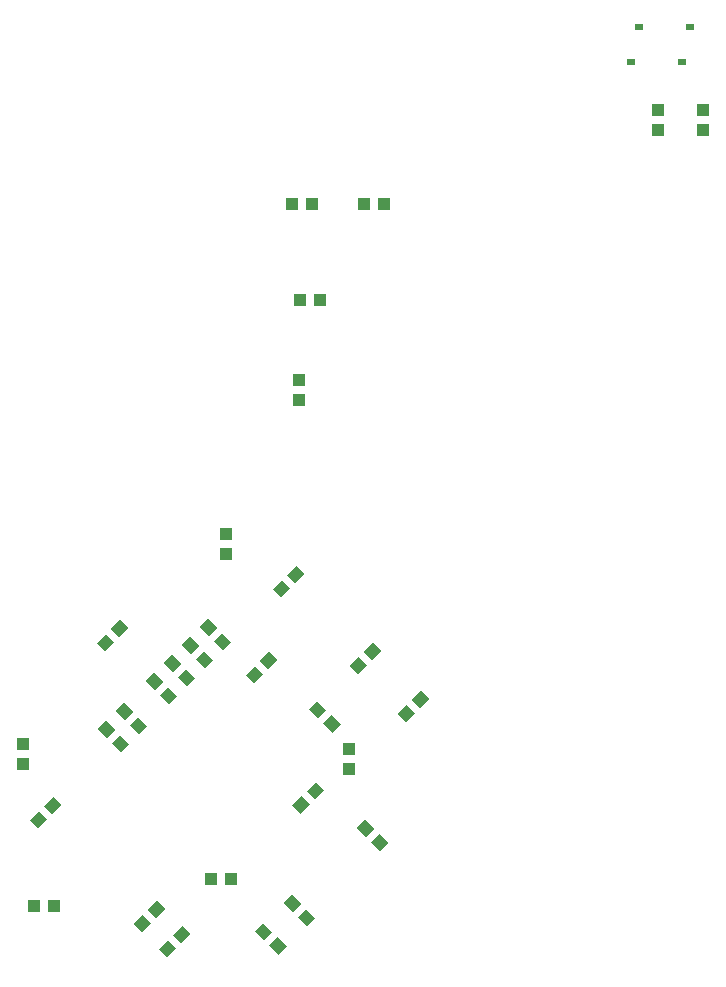
<source format=gbp>
G75*
%MOIN*%
%OFA0B0*%
%FSLAX25Y25*%
%IPPOS*%
%LPD*%
%AMOC8*
5,1,8,0,0,1.08239X$1,22.5*
%
%ADD10R,0.04331X0.03937*%
%ADD11R,0.03937X0.04331*%
%ADD12R,0.03051X0.02461*%
D10*
X0025987Y0073833D03*
X0032680Y0073833D03*
G36*
X0024545Y0102328D02*
X0027606Y0105389D01*
X0030389Y0102606D01*
X0027328Y0099545D01*
X0024545Y0102328D01*
G37*
G36*
X0029278Y0107061D02*
X0032339Y0110122D01*
X0035122Y0107339D01*
X0032061Y0104278D01*
X0029278Y0107061D01*
G37*
G36*
X0050106Y0129778D02*
X0047045Y0132839D01*
X0049828Y0135622D01*
X0052889Y0132561D01*
X0050106Y0129778D01*
G37*
G36*
X0054839Y0125045D02*
X0051778Y0128106D01*
X0054561Y0130889D01*
X0057622Y0127828D01*
X0054839Y0125045D01*
G37*
G36*
X0060839Y0131045D02*
X0057778Y0134106D01*
X0060561Y0136889D01*
X0063622Y0133828D01*
X0060839Y0131045D01*
G37*
G36*
X0056106Y0135778D02*
X0053045Y0138839D01*
X0055828Y0141622D01*
X0058889Y0138561D01*
X0056106Y0135778D01*
G37*
G36*
X0066106Y0145778D02*
X0063045Y0148839D01*
X0065828Y0151622D01*
X0068889Y0148561D01*
X0066106Y0145778D01*
G37*
G36*
X0070839Y0141045D02*
X0067778Y0144106D01*
X0070561Y0146889D01*
X0073622Y0143828D01*
X0070839Y0141045D01*
G37*
G36*
X0076839Y0147045D02*
X0073778Y0150106D01*
X0076561Y0152889D01*
X0079622Y0149828D01*
X0076839Y0147045D01*
G37*
G36*
X0072106Y0151778D02*
X0069045Y0154839D01*
X0071828Y0157622D01*
X0074889Y0154561D01*
X0072106Y0151778D01*
G37*
G36*
X0078106Y0157778D02*
X0075045Y0160839D01*
X0077828Y0163622D01*
X0080889Y0160561D01*
X0078106Y0157778D01*
G37*
G36*
X0082839Y0153045D02*
X0079778Y0156106D01*
X0082561Y0158889D01*
X0085622Y0155828D01*
X0082839Y0153045D01*
G37*
G36*
X0088839Y0159045D02*
X0085778Y0162106D01*
X0088561Y0164889D01*
X0091622Y0161828D01*
X0088839Y0159045D01*
G37*
G36*
X0084106Y0163778D02*
X0081045Y0166839D01*
X0083828Y0169622D01*
X0086889Y0166561D01*
X0084106Y0163778D01*
G37*
G36*
X0096545Y0150828D02*
X0099606Y0153889D01*
X0102389Y0151106D01*
X0099328Y0148045D01*
X0096545Y0150828D01*
G37*
G36*
X0101278Y0155561D02*
X0104339Y0158622D01*
X0107122Y0155839D01*
X0104061Y0152778D01*
X0101278Y0155561D01*
G37*
G36*
X0111389Y0179606D02*
X0108328Y0176545D01*
X0105545Y0179328D01*
X0108606Y0182389D01*
X0111389Y0179606D01*
G37*
G36*
X0116122Y0184339D02*
X0113061Y0181278D01*
X0110278Y0184061D01*
X0113339Y0187122D01*
X0116122Y0184339D01*
G37*
G36*
X0141622Y0158839D02*
X0138561Y0155778D01*
X0135778Y0158561D01*
X0138839Y0161622D01*
X0141622Y0158839D01*
G37*
G36*
X0136889Y0154106D02*
X0133828Y0151045D01*
X0131045Y0153828D01*
X0134106Y0156889D01*
X0136889Y0154106D01*
G37*
G36*
X0152889Y0138106D02*
X0149828Y0135045D01*
X0147045Y0137828D01*
X0150106Y0140889D01*
X0152889Y0138106D01*
G37*
G36*
X0157622Y0142839D02*
X0154561Y0139778D01*
X0151778Y0142561D01*
X0154839Y0145622D01*
X0157622Y0142839D01*
G37*
G36*
X0125061Y0137389D02*
X0128122Y0134328D01*
X0125339Y0131545D01*
X0122278Y0134606D01*
X0125061Y0137389D01*
G37*
G36*
X0120328Y0142122D02*
X0123389Y0139061D01*
X0120606Y0136278D01*
X0117545Y0139339D01*
X0120328Y0142122D01*
G37*
G36*
X0122622Y0112339D02*
X0119561Y0109278D01*
X0116778Y0112061D01*
X0119839Y0115122D01*
X0122622Y0112339D01*
G37*
G36*
X0117889Y0107606D02*
X0114828Y0104545D01*
X0112045Y0107328D01*
X0115106Y0110389D01*
X0117889Y0107606D01*
G37*
G36*
X0136606Y0096778D02*
X0133545Y0099839D01*
X0136328Y0102622D01*
X0139389Y0099561D01*
X0136606Y0096778D01*
G37*
G36*
X0141339Y0092045D02*
X0138278Y0095106D01*
X0141061Y0097889D01*
X0144122Y0094828D01*
X0141339Y0092045D01*
G37*
G36*
X0116839Y0067045D02*
X0113778Y0070106D01*
X0116561Y0072889D01*
X0119622Y0069828D01*
X0116839Y0067045D01*
G37*
G36*
X0112106Y0071778D02*
X0109045Y0074839D01*
X0111828Y0077622D01*
X0114889Y0074561D01*
X0112106Y0071778D01*
G37*
G36*
X0107339Y0057545D02*
X0104278Y0060606D01*
X0107061Y0063389D01*
X0110122Y0060328D01*
X0107339Y0057545D01*
G37*
G36*
X0102606Y0062278D02*
X0099545Y0065339D01*
X0102328Y0068122D01*
X0105389Y0065061D01*
X0102606Y0062278D01*
G37*
X0091680Y0082833D03*
X0084987Y0082833D03*
G36*
X0072278Y0064061D02*
X0075339Y0067122D01*
X0078122Y0064339D01*
X0075061Y0061278D01*
X0072278Y0064061D01*
G37*
G36*
X0067545Y0059328D02*
X0070606Y0062389D01*
X0073389Y0059606D01*
X0070328Y0056545D01*
X0067545Y0059328D01*
G37*
G36*
X0059045Y0067828D02*
X0062106Y0070889D01*
X0064889Y0068106D01*
X0061828Y0065045D01*
X0059045Y0067828D01*
G37*
G36*
X0063778Y0072561D02*
X0066839Y0075622D01*
X0069622Y0072839D01*
X0066561Y0069778D01*
X0063778Y0072561D01*
G37*
G36*
X0052743Y0161752D02*
X0049682Y0158691D01*
X0046899Y0161474D01*
X0049960Y0164535D01*
X0052743Y0161752D01*
G37*
G36*
X0057475Y0166485D02*
X0054414Y0163424D01*
X0051631Y0166207D01*
X0054692Y0169268D01*
X0057475Y0166485D01*
G37*
X0114333Y0242487D03*
X0114333Y0249180D03*
X0114487Y0275833D03*
X0121180Y0275833D03*
X0118680Y0307833D03*
X0111987Y0307833D03*
X0135987Y0307833D03*
X0142680Y0307833D03*
X0233833Y0332487D03*
X0233833Y0339180D03*
X0248833Y0339180D03*
X0248833Y0332487D03*
D11*
X0089833Y0197680D03*
X0089833Y0190987D03*
X0130833Y0126180D03*
X0130833Y0119487D03*
X0022333Y0120987D03*
X0022333Y0127680D03*
D12*
X0225005Y0354977D03*
X0227662Y0366690D03*
X0242005Y0354977D03*
X0244662Y0366690D03*
M02*

</source>
